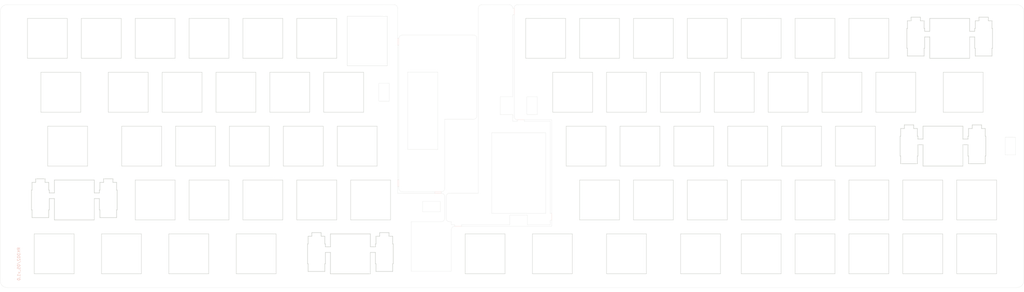
<source format=kicad_pcb>
(kicad_pcb (version 20240108) (generator "pcbnew") (generator_version "8.0")
  (layers (0 "F.Cu" signal) (31 "B.Cu" signal) (34 "B.Paste" user) (35 "F.Paste" user) (36 "B.SilkS" user "B.Silkscreen") (37 "F.SilkS" user "F.Silkscreen") (38 "B.Mask" user) (39 "F.Mask" user) (44 "Edge.Cuts" user))
  (net 0 "")
  (footprint "" (layer "F.Cu") (at 164.30625 190.5)
    (property "Reference" "" (at 0 0 0) (layer "F.SilkS") (effects (font (size 1.27 1.27))))
    (property "Value" "")
    (pad "" np_thru_hole circle (at 0 0) (size 2.2 2.2) (drill 2.2) (layers "*.Cu" "*.Mask"))
  )
  (footprint "kbd_SW_Hole:SW_Hole_1u" (layer "F.Cu") (at 280.9875 142.875)
    (property "Reference" "SW68" (hide yes))
    (property "Value" "SW_Push" (hide yes))
    (fp_line (start -7.05 -7.05) (end 7.05 -7.05) (stroke (width 0.15)) (layer "Edge.Cuts"))
    (fp_line (start -7.05 7.05) (end -7.05 -7.05) (stroke (width 0.15)) (layer "Edge.Cuts"))
    (fp_line (start 7.05 -7.05) (end 7.05 7.05) (stroke (width 0.15)) (layer "Edge.Cuts"))
    (fp_line (start 7.05 7.05) (end -7.05 7.05) (stroke (width 0.15)) (layer "Edge.Cuts"))
  )
  (footprint "kbd_SW_Hole:SW_Hole_1u" (layer "F.Cu") (at 66.675 142.875)
    (property "Reference" "SW8" (hide yes))
    (property "Value" "SW_Push" (hide yes))
    (fp_line (start -7.05 -7.05) (end 7.05 -7.05) (stroke (width 0.15)) (layer "Edge.Cuts"))
    (fp_line (start -7.05 7.05) (end -7.05 -7.05) (stroke (width 0.15)) (layer "Edge.Cuts"))
    (fp_line (start 7.05 -7.05) (end 7.05 7.05) (stroke (width 0.15)) (layer "Edge.Cuts"))
    (fp_line (start 7.05 7.05) (end -7.05 7.05) (stroke (width 0.15)) (layer "Edge.Cuts"))
  )
  (footprint "kbd_SW_Hole:SW_Hole_1u" (layer "F.Cu") (at 33.3375 104.775)
    (property "Reference" "SW1" (hide yes))
    (property "Value" "SW_Push" (hide yes))
    (fp_line (start -7.05 -7.05) (end 7.05 -7.05) (stroke (width 0.15)) (layer "Edge.Cuts"))
    (fp_line (start -7.05 7.05) (end -7.05 -7.05) (stroke (width 0.15)) (layer "Edge.Cuts"))
    (fp_line (start 7.05 -7.05) (end 7.05 7.05) (stroke (width 0.15)) (layer "Edge.Cuts"))
    (fp_line (start 7.05 7.05) (end -7.05 7.05) (stroke (width 0.15)) (layer "Edge.Cuts"))
  )
  (footprint "kbd_Hole:m2_Screw_Hole" (layer "F.Cu") (at 180.975 105.965625)
    (property "Reference" "Ref**")
    (property "Value" "Val**")
    (pad "" np_thru_hole circle (at 0 0) (size 2.2 2.2) (drill 2.2) (layers "*.Cu" "*.Mask"))
  )
  (footprint "kbd_SW_Hole:SW_Hole_1u" (layer "F.Cu") (at 266.7 104.775)
    (property "Reference" "SW66" (hide yes))
    (property "Value" "SW_Push" (hide yes))
    (fp_line (start -7.05 -7.05) (end 7.05 -7.05) (stroke (width 0.15)) (layer "Edge.Cuts"))
    (fp_line (start -7.05 7.05) (end -7.05 -7.05) (stroke (width 0.15)) (layer "Edge.Cuts"))
    (fp_line (start 7.05 -7.05) (end 7.05 7.05) (stroke (width 0.15)) (layer "Edge.Cuts"))
    (fp_line (start 7.05 7.05) (end -7.05 7.05) (stroke (width 0.15)) (layer "Edge.Cuts"))
  )
  (footprint "kbd_Hole:m2_Screw_Hole" (layer "F.Cu") (at 19.05 190.5)
    (property "Reference" "Ref**")
    (property "Value" "Val**")
    (pad "" np_thru_hole circle (at 0 0) (size 2.2 2.2) (drill 2.2) (layers "*.Cu" "*.Mask"))
  )
  (footprint "kbd_Hole:m2_Screw_Hole" (layer "F.Cu") (at 152.4 95.25)
    (property "Reference" "Ref**" (hide yes))
    (property "Value" "RP-L")
    (pad "" np_thru_hole circle (at 0 0) (size 2.2 2.2) (drill 2.2) (layers "*.Cu" "*.Mask"))
  )
  (footprint "kbd_SW_Hole:SW_Hole_1u" (layer "F.Cu") (at 342.9 180.975)
    (property "Reference" "SW85" (hide yes))
    (property "Value" "SW_Push" (hide yes))
    (fp_line (start -7.05 -7.05) (end 7.05 -7.05) (stroke (width 0.15)) (layer "Edge.Cuts"))
    (fp_line (start -7.05 7.05) (end -7.05 -7.05) (stroke (width 0.15)) (layer "Edge.Cuts"))
    (fp_line (start 7.05 -7.05) (end 7.05 7.05) (stroke (width 0.15)) (layer "Edge.Cuts"))
    (fp_line (start 7.05 7.05) (end -7.05 7.05) (stroke (width 0.15)) (layer "Edge.Cuts"))
  )
  (footprint "kbd_SW_Hole:SW_Hole_1u" (layer "F.Cu") (at 300.0375 142.875)
    (property "Reference" "SW73" (hide yes))
    (property "Value" "SW_Push" (hide yes))
    (fp_line (start -7.05 -7.05) (end 7.05 -7.05) (stroke (width 0.15)) (layer "Edge.Cuts"))
    (fp_line (start -7.05 7.05) (end -7.05 -7.05) (stroke (width 0.15)) (layer "Edge.Cuts"))
    (fp_line (start 7.05 -7.05) (end 7.05 7.05) (stroke (width 0.15)) (layer "Edge.Cuts"))
    (fp_line (start 7.05 7.05) (end -7.05 7.05) (stroke (width 0.15)) (layer "Edge.Cuts"))
  )
  (footprint "kbd_Hole:m2_Screw_Hole" (layer "F.Cu") (at 295.275 190.5)
    (property "Reference" "Ref**")
    (property "Value" "Val**")
    (pad "" np_thru_hole circle (at 0 0) (size 2.2 2.2) (drill 2.2) (layers "*.Cu" "*.Mask"))
  )
  (footprint "kbd_Hole:m2_Screw_Hole" (layer "F.Cu") (at 19.05 95.25)
    (property "Reference" "Ref**")
    (property "Value" "Val**")
    (pad "" np_thru_hole circle (at 0 0) (size 2.2 2.2) (drill 2.2) (layers "*.Cu" "*.Mask"))
  )
  (footprint "kbd_Hole:m2_Screw_Hole" (layer "F.Cu") (at 376.2375 95.25)
    (property "Reference" "Ref**")
    (property "Value" "Val**")
    (pad "" np_thru_hole circle (at 0 0) (size 2.2 2.2) (drill 2.2) (layers "*.Cu" "*.Mask"))
  )
  (footprint "kbd_SW_Hole:SW_Hole_1u" (layer "F.Cu") (at 219.075 123.825)
    (property "Reference" "SW52" (hide yes))
    (property "Value" "SW_Push" (hide yes))
    (fp_line (start -7.05 -7.05) (end 7.05 -7.05) (stroke (width 0.15)) (layer "Edge.Cuts"))
    (fp_line (start -7.05 7.05) (end -7.05 -7.05) (stroke (width 0.15)) (layer "Edge.Cuts"))
    (fp_line (start 7.05 -7.05) (end 7.05 7.05) (stroke (width 0.15)) (layer "Edge.Cuts"))
    (fp_line (start 7.05 7.05) (end -7.05 7.05) (stroke (width 0.15)) (layer "Edge.Cuts"))
  )
  (footprint "kbd_SW_Hole:SW_Hole_1u" (layer "F.Cu") (at 247.65 104.775)
    (property "Reference" "SW61" (hide yes))
    (property "Value" "SW_Push" (hide yes))
    (fp_line (start -7.05 -7.05) (end 7.05 -7.05) (stroke (width 0.15)) (layer "Edge.Cuts"))
    (fp_line (start -7.05 7.05) (end -7.05 -7.05) (stroke (width 0.15)) (layer "Edge.Cuts"))
    (fp_line (start 7.05 -7.05) (end 7.05 7.05) (stroke (width 0.15)) (layer "Edge.Cuts"))
    (fp_line (start 7.05 7.05) (end -7.05 7.05) (stroke (width 0.15)) (layer "Edge.Cuts"))
  )
  (footprint "kbd_SW_Hole:SW_Hole_1u" (layer "F.Cu") (at 285.75 161.925)
    (property "Reference" "SW69" (hide yes))
    (property "Value" "SW_Push" (hide yes))
    (fp_line (start -7.05 -7.05) (end 7.05 -7.05) (stroke (width 0.15)) (layer "Edge.Cuts"))
    (fp_line (start -7.05 7.05) (end -7.05 -7.05) (stroke (width 0.15)) (layer "Edge.Cuts"))
    (fp_line (start 7.05 -7.05) (end 7.05 7.05) (stroke (width 0.15)) (layer "Edge.Cuts"))
    (fp_line (start 7.05 7.05) (end -7.05 7.05) (stroke (width 0.15)) (layer "Edge.Cuts"))
  )
  (footprint "kbd_SW_Hole:SW_Hole_1u" (layer "F.Cu") (at 319.0875 142.875)
    (property "Reference" "SW78" (hide yes))
    (property "Value" "SW_Push" (hide yes))
    (fp_line (start -7.05 -7.05) (end 7.05 -7.05) (stroke (width 0.15)) (layer "Edge.Cuts"))
    (fp_line (start -7.05 7.05) (end -7.05 -7.05) (stroke (width 0.15)) (layer "Edge.Cuts"))
    (fp_line (start 7.05 -7.05) (end 7.05 7.05) (stroke (width 0.15)) (layer "Edge.Cuts"))
    (fp_line (start 7.05 7.05) (end -7.05 7.05) (stroke (width 0.15)) (layer "Edge.Cuts"))
  )
  (footprint "kbd_SW_Hole:SW_Hole_1u" (layer "F.Cu") (at 314.325 123.825)
    (property "Reference" "SW77" (hide yes))
    (property "Value" "SW_Push" (hide yes))
    (fp_line (start -7.05 -7.05) (end 7.05 -7.05) (stroke (width 0.15)) (layer "Edge.Cuts"))
    (fp_line (start -7.05 7.05) (end -7.05 -7.05) (stroke (width 0.15)) (layer "Edge.Cuts"))
    (fp_line (start 7.05 -7.05) (end 7.05 7.05) (stroke (width 0.15)) (layer "Edge.Cuts"))
    (fp_line (start 7.05 7.05) (end -7.05 7.05) (stroke (width 0.15)) (layer "Edge.Cuts"))
  )
  (footprint "Rikkodo_FootPrint:rkd_Top_GateronChocV2byV1_2u" (layer "F.Cu") (at 350.04375 142.875)
    (property "Reference" "SW66" (hide yes))
    (property "Value" "SW_PUSH" (hide yes))
    (fp_line (start -15.15 -3.5) (end -15.15 3.5) (stroke (width 0.2)) (layer "Edge.Cuts"))
    (fp_line (start -14.95 -6.225) (end -14.95 -3.5) (stroke (width 0.2)) (layer "Edge.Cuts"))
    (fp_line (start -14.95 -6.225) (end -13.65 -6.225) (stroke (width 0.2)) (layer "Edge.Cuts"))
    (fp_line (start -14.95 -3.5) (end -15.15 -3.5) (stroke (width 0.2)) (layer "Edge.Cuts"))
    (fp_line (start -14.95 3.5) (end -15.15 3.5) (stroke (width 0.2)) (layer "Edge.Cuts"))
    (fp_line (start -14.95 3.5) (end -14.95 6.225) (stroke (width 0.2)) (layer "Edge.Cuts"))
    (fp_line (start -13.65 -7.5) (end -13.65 -6.225) (stroke (width 0.2)) (layer "Edge.Cuts"))
    (fp_line (start -13.65 -7.5) (end -10.35 -7.5) (stroke (width 0.2)) (layer "Edge.Cuts"))
    (fp_line (start -10.35 -7.5) (end -10.35 -6.225) (stroke (width 0.2)) (layer "Edge.Cuts"))
    (fp_line (start -10.35 -6.225) (end -9.05 -6.225) (stroke (width 0.2)) (layer "Edge.Cuts"))
    (fp_line (start -9.05 -6.225) (end -9.05 -3.5) (stroke (width 0.2)) (layer "Edge.Cuts"))
    (fp_line (start -9.05 -3.5) (end -8.85 -3.5) (stroke (width 0.2)) (layer "Edge.Cuts"))
    (fp_line (start -9.05 3.5) (end -9.05 6.225) (stroke (width 0.2)) (layer "Edge.Cuts"))
    (fp_line (start -9.05 3.5) (end -8.85 3.5) (stroke (width 0.2)) (layer "Edge.Cuts"))
    (fp_line (start -9.05 6.225) (end -14.95 6.225) (stroke (width 0.2)) (layer "Edge.Cuts"))
    (fp_line (start -8.85 -3.5) (end -8.85 -2.5) (stroke (width 0.2)) (layer "Edge.Cuts"))
    (fp_line (start -8.85 -2.5) (end -7.05 -2.5) (stroke (width 0.2)) (layer "Edge.Cuts"))
    (fp_line (start -8.85 -0.5) (end -8.85 3.5) (stroke (width 0.2)) (layer "Edge.Cuts"))
    (fp_line (start -8.85 -0.5) (end -7.05 -0.5) (stroke (width 0.2)) (layer "Edge.Cuts"))
    (fp_line (start -7.05 -7.05) (end 7.05 -7.05) (stroke (width 0.2)) (layer "Edge.Cuts"))
    (fp_line (start -7.05 -2.5) (end -7.05 -7.05) (stroke (width 0.2)) (layer "Edge.Cuts"))
    (fp_line (start -7.05 7.05) (end -7.05 -0.5) (stroke (width 0.2)) (layer "Edge.Cuts"))
    (fp_line (start 7.05 -2.5) (end 7.05 -7.05) (stroke (width 0.2)) (layer "Edge.Cuts"))
    (fp_line (start 7.05 -2.5) (end 8.85 -2.5) (stroke (width 0.2)) (layer "Edge.Cuts"))
    (fp_line (start 7.05 -0.5) (end 7.05 7.05) (stroke (width 0.15)) (layer "Edge.Cuts"))
    (fp_line (start 7.05 -0.5) (end 8.85 -0.5) (stroke (width 0.2)) (layer "Edge.Cuts"))
    (fp_line (start 7.05 7.05) (end -7.05 7.05) (stroke (width 0.2)) (layer "Edge.Cuts"))
    (fp_line (start 8.85 -3.5) (end 9.05 -3.5) (stroke (width 0.2)) (layer "Edge.Cuts"))
    (fp_line (start 8.85 -2.5) (end 8.85 -3.5) (stroke (width 0.2)) (layer "Edge.Cuts"))
    (fp_line (start 8.85 -0.5) (end 8.85 3.5) (stroke (width 0.2)) (layer "Edge.Cuts"))
    (fp_line (start 9.05 -6.225) (end 9.05 -3.5) (stroke (width 0.2)) (layer "Edge.Cuts"))
    (fp_line (start 9.05 -6.225) (end 10.35 -6.225) (stroke (width 0.2)) (layer "Edge.Cuts"))
    (fp_line (start 9.05 3.5) (end 8.85 3.5) (stroke (width 0.2)) (layer "Edge.Cuts"))
    (fp_line (start 9.05 3.5) (end 9.05 6.225) (stroke (width 0.2)) (layer "Edge.Cuts"))
    (fp_line (start 10.35 -7.5) (end 10.35 -6.225) (stroke (width 0.2)) (layer "Edge.Cuts"))
    (fp_line (start 10.35 -7.5) (end 13.65 -7.5) (stroke (width 0.2)) (layer "Edge.Cuts"))
    (fp_line (start 13.65 -7.5) (end 13.65 -6.225) (stroke (width 0.2)) (layer "Edge.Cuts"))
    (fp_line (start 13.65 -6.225) (end 14.95 -6.225) (stroke (width 0.2)) (layer "Edge.Cuts"))
    (fp_line (start 14.95 -6.225) (end 14.95 -3.5) (stroke (width 0.2)) (layer "Edge.Cuts"))
    (fp_line (start 14.95 -3.5) (end 15.15 -3.5) (stroke (width 0.2)) (layer "Edge.Cuts"))
    (fp_line (start 14.95 3.5) (end 14.95 6.225) (stroke (width 0.2)) (layer "Edge.Cuts"))
    (fp_line (start 14.95 6.225) (end 9.05 6.225) (stroke (width 0.2)) (layer "Edge.Cuts"))
    (fp_line (start 15.15 -3.5) (end 15.15 3.5) (stroke (width 0.2)) (layer "Edge.Cuts"))
    (fp_line (start 15.15 3.5) (end 14.95 3.5) (stroke (width 0.2)) (layer "Edge.Cuts"))
  )
  (footprint "kbd_SW_Hole:SW_Hole_1u" (layer "F.Cu") (at 100.0125 123.825)
    (property "Reference" "SW17" (hide yes))
    (property "Value" "SW_Push" (hide yes))
    (fp_line (start -7.05 -7.05) (end 7.05 -7.05) (stroke (width 0.15)) (layer "Edge.Cuts"))
    (fp_line (start -7.05 7.05) (end -7.05 -7.05) (stroke (width 0.15)) (layer "Edge.Cuts"))
    (fp_line (start 7.05 -7.05) (end 7.05 7.05) (stroke (width 0.15)) (layer "Edge.Cuts"))
    (fp_line (start 7.05 7.05) (end -7.05 7.05) (stroke (width 0.15)) (layer "Edge.Cuts"))
  )
  (footprint "kbd_Hole:m2_Screw_Hole" (layer "F.Cu") (at 226.21875 190.5)
    (property "Reference" "Ref**")
    (property "Value" "Val**")
    (pad "" np_thru_hole circle (at 0 0) (size 2.2 2.2) (drill 2.2) (layers "*.Cu" "*.Mask"))
  )
  (footprint "kbd_SW_Hole:SW_Hole_1u" (layer "F.Cu") (at 71.4375 161.925)
    (property "Reference" "SW9" (hide yes))
    (property "Value" "SW_Push" (hide yes))
    (fp_line (start -7.05 -7.05) (end 7.05 -7.05) (stroke (width 0.15)) (layer "Edge.Cuts"))
    (fp_line (start -7.05 7.05) (end -7.05 -7.05) (stroke (width 0.15)) (layer "Edge.Cuts"))
    (fp_line (start 7.05 -7.05) (end 7.05 7.05) (stroke (width 0.15)) (layer "Edge.Cuts"))
    (fp_line (start 7.05 7.05) (end -7.05 7.05) (stroke (width 0.15)) (layer "Edge.Cuts"))
  )
  (footprint "kbd_SW_Hole:SW_Hole_1.5u" (layer "F.Cu") (at 238.125 180.975)
    (property "Reference" "SW60" (hide yes))
    (property "Value" "SW_Push" (hide yes))
    (fp_line (start -7.05 -7.05) (end 7.05 -7.05) (stroke (width 0.15)) (layer "Edge.Cuts"))
    (fp_line (start -7.05 7.05) (end -7.05 -7.05) (stroke (width 0.15)) (layer "Edge.Cuts"))
    (fp_line (start 7.05 -7.05) (end 7.05 7.05) (stroke (width 0.15)) (layer "Edge.Cuts"))
    (fp_line (start 7.05 7.05) (end -7.05 7.05) (stroke (width 0.15)) (layer "Edge.Cuts"))
  )
  (footprint "kbd_Hole:m2_Screw_Hole" (layer "F.Cu") (at 190.5 95.25)
    (property "Reference" "Ref**" (hide yes))
    (property "Value" "RP-R")
    (pad "" np_thru_hole circle (at 0 0) (size 2.2 2.2) (drill 2.2) (layers "*.Cu" "*.Mask"))
  )
  (footprint "kbd_SW_Hole:SW_Hole_1u" (layer "F.Cu") (at 242.8875 142.875)
    (property "Reference" "SW58" (hide yes))
    (property "Value" "SW_Push" (hide yes))
    (fp_line (start -7.05 -7.05) (end 7.05 -7.05) (stroke (width 0.15)) (layer "Edge.Cuts"))
    (fp_line (start -7.05 7.05) (end -7.05 -7.05) (stroke (width 0.15)) (layer "Edge.Cuts"))
    (fp_line (start 7.05 -7.05) (end 7.05 7.05) (stroke (width 0.15)) (layer "Edge.Cuts"))
    (fp_line (start 7.05 7.05) (end -7.05 7.05) (stroke (width 0.15)) (layer "Edge.Cuts"))
  )
  (footprint "kbd_Hole:m2_Screw_Hole" (layer "F.Cu") (at 114.3 152.4)
    (property "Reference" "Ref**")
    (property "Value" "Val**")
    (pad "" np_thru_hole circle (at 0 0) (size 2.2 2.2) (drill 2.2) (layers "*.Cu" "*.Mask"))
  )
  (footprint "kbd_SW_Hole:SW_Hole_1u" (layer "F.Cu") (at 261.9375 142.875)
    (property "Reference" "SW63" (hide yes))
    (property "Value" "SW_Push" (hide yes))
    (fp_line (start -7.05 -7.05) (end 7.05 -7.05) (stroke (width 0.15)) (layer "Edge.Cuts"))
    (fp_line (start -7.05 7.05) (end -7.05 -7.05) (stroke (width 0.15)) (layer "Edge.Cuts"))
    (fp_line (start 7.05 -7.05) (end 7.05 7.05) (stroke (width 0.15)) (layer "Edge.Cuts"))
    (fp_line (start 7.05 7.05) (end -7.05 7.05) (stroke (width 0.15)) (layer "Edge.Cuts"))
  )
  (footprint "kbd_SW_Hole:SW_Hole_1.25u" (layer "F.Cu") (at 264.31875 180.975)
    (property "Reference" "SW65" (hide yes))
    (property "Value" "SW_Push" (hide yes))
    (fp_line (start -7.05 -7.05) (end 7.05 -7.05) (stroke (width 0.15)) (layer "Edge.Cuts"))
    (fp_line (start -7.05 7.05) (end -7.05 -7.05) (stroke (width 0.15)) (layer "Edge.Cuts"))
    (fp_line (start 7.05 -7.05) (end 7.05 7.05) (stroke (width 0.15)) (layer "Edge.Cuts"))
    (fp_line (start 7.05 7.05) (end -7.05 7.05) (stroke (width 0.15)) (layer "Edge.Cuts"))
  )
  (footprint "kbd_Hole:m2_Screw_Hole" (layer "F.Cu") (at 209.55 95.25)
    (property "Reference" "Ref**" (hide yes))
    (property "Value" "Picot3R" (hide yes))
    (pad "" np_thru_hole circle (at 0 0) (size 2.2 2.2) (drill 2.2) (layers "*.Cu" "*.Mask"))
  )
  (footprint "kbd_SW_Hole:SW_Hole_1u" (layer "F.Cu") (at 52.3875 104.775)
    (property "Reference" "SW6" (hide yes))
    (property "Value" "SW_Push" (hide yes))
    (fp_line (start -7.05 -7.05) (end 7.05 -7.05) (stroke (width 0.15)) (layer "Edge.Cuts"))
    (fp_line (start -7.05 7.05) (end -7.05 -7.05) (stroke (width 0.15)) (layer "Edge.Cuts"))
    (fp_line (start 7.05 -7.05) (end 7.05 7.05) (stroke (width 0.15)) (layer "Edge.Cuts"))
    (fp_line (start 7.05 7.05) (end -7.05 7.05) (stroke (width 0.15)) (layer "Edge.Cuts"))
  )
  (footprint "kbd_SW_Hole:SW_Hole_1.5u" (layer "F.Cu") (at 357.1875 123.825)
    (property "Reference" "SW87" (hide yes))
    (property "Value" "SW_Push" (hide yes))
    (fp_line (start -7.05 -7.05) (end 7.05 -7.05) (stroke (width 0.15)) (layer "Edge.Cuts"))
    (fp_line (start -7.05 7.05) (end -7.05 -7.05) (stroke (width 0.15)) (layer "Edge.Cuts"))
    (fp_line (start 7.05 -7.05) (end 7.05 7.05) (stroke (width 0.15)) (layer "Edge.Cuts"))
    (fp_line (start 7.05 7.05) (end -7.05 7.05) (stroke (width 0.15)) (layer "Edge.Cuts"))
  )
  (footprint "kbd_SW_Hole:SW_Hole_1u" (layer "F.Cu") (at 123.825 142.875)
    (property "Reference" "SW23" (hide yes))
    (property "Value" "SW_Push" (hide yes))
    (fp_line (start -7.05 -7.05) (end 7.05 -7.05) (stroke (width 0.15)) (layer "Edge.Cuts"))
    (fp_line (start -7.05 7.05) (end -7.05 -7.05) (stroke (width 0.15)) (layer "Edge.Cuts"))
    (fp_line (start 7.05 -7.05) (end 7.05 7.05) (stroke (width 0.15)) (layer "Edge.Cuts"))
    (fp_line (start 7.05 7.05) (end -7.05 7.05) (stroke (width 0.15)) (layer "Edge.Cuts"))
  )
  (footprint "kbd_Hole:m2_Screw_Hole" (layer "F.Cu") (at 161.925 157.1625)
    (property "Reference" "Ref**")
    (property "Value" "Val**")
    (pad "" np_thru_hole circle (at 0 0) (size 2.2 2.2) (drill 2.2) (layers "*.Cu" "*.Mask"))
  )
  (footprint "kbd_SW_Hole:SW_Hole_1u" (layer "F.Cu") (at 61.9125 123.825)
    (property "Reference" "SW7" (hide yes))
    (property "Value" "SW_Push" (hide yes))
    (fp_line (start -7.05 -7.05) (end 7.05 -7.05) (stroke (width 0.15)) (layer "Edge.Cuts"))
    (fp_line (start -7.05 7.05) (end -7.05 -7.05) (stroke (width 0.15)) (layer "Edge.Cuts"))
    (fp_line (start 7.05 -7.05) (end 7.05 7.05) (stroke (width 0.15)) (layer "Edge.Cuts"))
    (fp_line (start 7.05 7.05) (end -7.05 7.05) (stroke (width 0.15)) (layer "Edge.Cuts"))
  )
  (footprint "kbd_SW_Hole:SW_Hole_1.75u" (layer "F.Cu") (at 40.4813 142.875)
    (property "Reference" "SW3" (hide yes))
    (property "Value" "SW_Push" (hide yes))
    (fp_line (start -7.05 -7.05) (end 7.05 -7.05) (stroke (width 0.15)) (layer "Edge.Cuts"))
    (fp_line (start -7.05 7.05) (end -7.05 -7.05) (stroke (width 0.15)) (layer "Edge.Cuts"))
    (fp_line (start 7.05 -7.05) (end 7.05 7.05) (stroke (width 0.15)) (layer "Edge.Cuts"))
    (fp_line (start 7.05 7.05) (end -7.05 7.05) (stroke (width 0.15)) (layer "Edge.Cuts"))
  )
  (footprint "kbd_SW_Hole:SW_Hole_1u" (layer "F.Cu") (at 257.175 123.825)
    (property "Reference" "SW62" (hide yes))
    (property "Value" "SW_Push" (hide yes))
    (fp_line (start -7.05 -7.05) (end 7.05 -7.05) (stroke (width 0.15)) (layer "Edge.Cuts"))
    (fp_line (start -7.05 7.05) (end -7.05 -7.05) (stroke (width 0.15)) (layer "Edge.Cuts"))
    (fp_line (start 7.05 -7.05) (end 7.05 7.05) (stroke (width 0.15)) (layer "Edge.Cuts"))
    (fp_line (start 7.05 7.05) (end -7.05 7.05) (stroke (width 0.15)) (layer "Edge.Cuts"))
  )
  (footprint "kbd_SW_Hole:SW_Hole_1u" (layer "F.Cu") (at 342.9 161.925)
    (property "Reference" "SW84" (hide yes))
    (property "Value" "SW_Push" (hide yes))
    (fp_line (start -7.05 -7.05) (end 7.05 -7.05) (stroke (width 0.15)) (layer "Edge.Cuts"))
    (fp_line (start -7.05 7.05) (end -7.05 -7.05) (stroke (width 0.15)) (layer "Edge.Cuts"))
    (fp_line (start 7.05 -7.05) (end 7.05 7.05) (stroke (width 0.15)) (layer "Edge.Cuts"))
    (fp_line (start 7.05 7.05) (end -7.05 7.05) (stroke (width 0.15)) (layer "Edge.Cuts"))
  )
  (footprint "kbd_SW_Hole:SW_Hole_1u" (layer "F.Cu") (at 119.0625 123.825)
    (property "Reference" "SW22" (hide yes))
    (property "Value" "SW_Push" (hide yes))
    (fp_line (start -7.05 -7.05) (end 7.05 -7.05) (stroke (width 0.15)) (layer "Edge.Cuts"))
    (fp_line (start -7.05 7.05) (end -7.05 -7.05) (stroke (width 0.15)) (layer "Edge.Cuts"))
    (fp_line (start 7.05 -7.05) (end 7.05 7.05) (stroke (width 0.15)) (layer "Edge.Cuts"))
    (fp_line (start 7.05 7.05) (end -7.05 7.05) (stroke (width 0.15)) (layer "Edge.Cuts"))
  )
  (footprint "kbd_SW_Hole:SW_Hole_1u" (layer "F.Cu") (at 142.875 142.875)
    (property "Reference" "SW28" (hide yes))
    (property "Value" "SW_Push" (hide yes))
    (fp_line (start -7.05 -7.05) (end 7.05 -7.05) (stroke (width 0.15)) (layer "Edge.Cuts"))
    (fp_line (start -7.05 7.05) (end -7.05 -7.05) (stroke (width 0.15)) (layer "Edge.Cuts"))
    (fp_line (start 7.05 -7.05) (end 7.05 7.05) (stroke (width 0.15)) (layer "Edge.Cuts"))
    (fp_line (start 7.05 7.05) (end -7.05 7.05) (stroke (width 0.15)) (layer "Edge.Cuts"))
  )
  (footprint "kbd_SW_Hole:SW_Hole_1u" (layer "F.Cu") (at 333.375 123.825)
    (property "Reference" "SW82" (hide yes))
    (property "Value" "SW_Push" (hide yes))
    (fp_line (start -7.05 -7.05) (end 7.05 -7.05) (stroke (width 0.15)) (layer "Edge.Cuts"))
    (fp_line (start -7.05 7.05) (end -7.05 -7.05) (stroke (width 0.15)) (layer "Edge.Cuts"))
    (fp_line (start 7.05 -7.05) (end 7.05 7.05) (stroke (width 0.15)) (layer "Edge.Cuts"))
    (fp_line (start 7.05 7.05) (end -7.05 7.05) (stroke (width 0.15)) (layer "Edge.Cuts"))
  )
  (footprint "kbd_SW_Hole:SW_Hole_1.25u" (layer "F.Cu") (at 83.3438 180.975)
    (property "Reference" "SW15" (hide yes))
    (property "Value" "SW_Push" (hide yes))
    (fp_line (start -7.05 -7.05) (end 7.05 -7.05) (stroke (width 0.15)) (layer "Edge.Cuts"))
    (fp_line (start -7.05 7.05) (end -7.05 -7.05) (stroke (width 0.15)) (layer "Edge.Cuts"))
    (fp_line (start 7.05 -7.05) (end 7.05 7.05) (stroke (width 0.15)) (layer "Edge.Cuts"))
    (fp_line (start 7.05 7.05) (end -7.05 7.05) (stroke (width 0.15)) (layer "Edge.Cuts"))
  )
  (footprint "kbd_SW_Hole:SW_Hole_1.25u" (layer "F.Cu") (at 35.7188 180.975)
    (property "Reference" "SW5" (hide yes))
    (property "Value" "SW_Push" (hide yes))
    (fp_line (start -7.05 -7.05) (end 7.05 -7.05) (stroke (width 0.15)) (layer "Edge.Cuts"))
    (fp_line (start -7.05 7.05) (end -7.05 -7.05) (stroke (width 0.15)) (layer "Edge.Cuts"))
    (fp_line (start 7.05 -7.05) (end 7.05 7.05) (stroke (width 0.15)) (layer "Edge.Cuts"))
    (fp_line (start 7.05 7.05) (end -7.05 7.05) (stroke (width 0.15)) (layer "Edge.Cuts"))
  )
  (footprint "kbd_SW_Hole:SW_Hole_1u" (layer "F.Cu") (at 109.5375 161.925)
    (property "Reference" "SW19" (hide yes))
    (property "Value" "SW_Push" (hide yes))
    (fp_line (start -7.05 -7.05) (end 7.05 -7.05) (stroke (width 0.15)) (layer "Edge.Cuts"))
    (fp_line (start -7.05 7.05) (end -7.05 -7.05) (stroke (width 0.15)) (layer "Edge.Cuts"))
    (fp_line (start 7.05 -7.05) (end 7.05 7.05) (stroke (width 0.15)) (layer "Edge.Cuts"))
    (fp_line (start 7.05 7.05) (end -7.05 7.05) (stroke (width 0.15)) (layer "Edge.Cuts"))
  )
  (footprint "kbd_SW_Hole:SW_Hole_1u" (layer "F.Cu") (at 223.8375 142.875)
    (property "Reference" "SW53" (hide yes))
    (property "Value" "SW_Push" (hide yes))
    (fp_line (start -7.05 -7.05) (end 7.05 -7.05) (stroke (width 0.15)) (layer "Edge.Cuts"))
    (fp_line (start -7.05 7.05) (end -7.05 -7.05) (stroke (width 0.15)) (layer "Edge.Cuts"))
    (fp_line (start 7.05 -7.05) (end 7.05 7.05) (stroke (width 0.15)) (layer "Edge.Cuts"))
    (fp_line (start 7.05 7.05) (end -7.05 7.05) (stroke (width 0.15)) (layer "Edge.Cuts"))
  )
  (footprint "kbd_Hole:m2_Screw_Hole" (layer "F.Cu") (at 71.4375 133.35)
    (property "Reference" "Ref**")
    (property "Value" "Val**")
    (pad "" np_thru_hole circle (at 0 0) (size 2.2 2.2) (drill 2.2) (layers "*.Cu" "*.Mask"))
  )
  (footprint "kbd_SW_Hole:SW_Hole_1u" (layer "F.Cu") (at 247.65 161.925)
    (property "Reference" "SW59" (hide yes))
    (property "Value" "SW_Push" (hide yes))
    (fp_line (start -7.05 -7.05) (end 7.05 -7.05) (stroke (width 0.15)) (layer "Edge.Cuts"))
    (fp_line (start -7.05 7.05) (end -7.05 -7.05) (stroke (width 0.15)) (layer "Edge.Cuts"))
    (fp_line (start 7.05 -7.05) (end 7.05 7.05) (stroke (width 0.15)) (layer "Edge.Cuts"))
    (fp_line (start 7.05 7.05) (end -7.05 7.05) (stroke (width 0.15)) (layer "Edge.Cuts"))
  )
  (footprint "kbd_SW_Hole:SW_Hole_1u" (layer "F.Cu") (at 147.6375 161.925)
    (property "Reference" "SW29" (hide yes))
    (property "Value" "SW_Push" (hide yes))
    (fp_line (start -7.05 -7.05) (end 7.05 -7.05) (stroke (width 0.15)) (layer "Edge.Cuts"))
    (fp_line (start -7.05 7.05) (end -7.05 -7.05) (stroke (width 0.15)) (layer "Edge.Cuts"))
    (fp_line (start 7.05 -7.05) (end 7.05 7.05) (stroke (width 0.15)) (layer "Edge.Cuts"))
    (fp_line (start 7.05 7.05) (end -7.05 7.05) (stroke (width 0.15)) (layer "Edge.Cuts"))
  )
  (footprint "kbd_SW_Hole:SW_Hole_1u" (layer "F.Cu") (at 104.775 142.875)
    (property "Reference" "SW18" (hide yes))
    (property "Value" "SW_Push" (hide yes))
    (fp_line (start -7.05 -7.05) (end 7.05 -7.05) (stroke (width 0.15)) (layer "Edge.Cuts"))
    (fp_line (start -7.05 7.05) (end -7.05 -7.05) (stroke (width 0.15)) (layer "Edge.Cuts"))
    (fp_line (start 7.05 -7.05) (end 7.05 7.05) (stroke (width 0.15)) (layer "Edge.Cuts"))
    (fp_line (start 7.05 7.05) (end -7.05 7.05) (stroke (width 0.15)) (layer "Edge.Cuts"))
  )
  (footprint "kbd_SW_Hole:SW_Hole_1.5u" (layer "F.Cu") (at 38.1 123.825)
    (property "Reference" "SW2" (hide yes))
    (property "Value" "SW_Push" (hide yes))
    (fp_line (start -7.05 -7.05) (end 7.05 -7.05) (stroke (width 0.15)) (layer "Edge.Cuts"))
    (fp_line (start -7.05 7.05) (end -7.05 -7.05) (stroke (width 0.15)) (layer "Edge.Cuts"))
    (fp_line (start 7.05 -7.05) (end 7.05 7.05) (stroke (width 0.15)) (layer "Edge.Cuts"))
    (fp_line (start 7.05 7.05) (end -7.05 7.05) (stroke (width 0.15)) (layer "Edge.Cuts"))
  )
  (footprint "Rikkodo_FootPrint:rkd_Top_GateronChocV2byV1_2u" (layer "F.Cu") (at 42.8625 161.925)
    (property "Reference" "SW66" (hide yes))
    (property "Value" "SW_PUSH" (hide yes))
    (fp_line (start -15.15 -3.5) (end -15.15 3.5) (stroke (width 0.2)) (layer "Edge.Cuts"))
    (fp_line (start -14.95 -6.225) (end -14.95 -3.5) (stroke (width 0.2)) (layer "Edge.Cuts"))
    (fp_line (start -14.95 -6.225) (end -13.65 -6.225) (stroke (width 0.2)) (layer "Edge.Cuts"))
    (fp_line (start -14.95 -3.5) (end -15.15 -3.5) (stroke (width 0.2)) (layer "Edge.Cuts"))
    (fp_line (start -14.95 3.5) (end -15.15 3.5) (stroke (width 0.2)) (layer "Edge.Cuts"))
    (fp_line (start -14.95 3.5) (end -14.95 6.225) (stroke (width 0.2)) (layer "Edge.Cuts"))
    (fp_line (start -13.65 -7.5) (end -13.65 -6.225) (stroke (width 0.2)) (layer "Edge.Cuts"))
    (fp_line (start -13.65 -7.5) (end -10.35 -7.5) (stroke (width 0.2)) (layer "Edge.Cuts"))
    (fp_line (start -10.35 -7.5) (end -10.35 -6.225) (stroke (width 0.2)) (layer "Edge.Cuts"))
    (fp_line (start -10.35 -6.225) (end -9.05 -6.225) (stroke (width 0.2)) (layer "Edge.Cuts"))
    (fp_line (start -9.05 -6.225) (end -9.05 -3.5) (stroke (width 0.2)) (layer "Edge.Cuts"))
    (fp_line (start -9.05 -3.5) (end -8.85 -3.5) (stroke (width 0.2)) (layer "Edge.Cuts"))
    (fp_line (start -9.05 3.5) (end -9.05 6.225) (stroke (width 0.2)) (layer "Edge.Cuts"))
    (fp_line (start -9.05 3.5) (end -8.85 3.5) (stroke (width 0.2)) (layer "Edge.Cuts"))
    (fp_line (start -9.05 6.225) (end -14.95 6.225) (stroke (width 0.2)) (layer "Edge.Cuts"))
    (fp_line (start -8.85 -3.5) (end -8.85 -2.5) (stroke (width 0.2)) (layer "Edge.Cuts"))
    (fp_line (start -8.85 -2.5) (end -7.05 -2.5) (stroke (width 0.2)) (layer "Edge.Cuts"))
    (fp_line (start -8.85 -0.5) (end -8.85 3.5) (stroke (width 0.2)) (layer "Edge.Cuts"))
    (fp_line (start -8.85 -0.5) (end -7.05 -0.5) (stroke (width 0.2)) (layer "Edge.Cuts"))
    (fp_line (start -7.05 -7.05) (end 7.05 -7.05) (stroke (width 0.2)) (layer "Edge.Cuts"))
    (fp_line (start -7.05 -2.5) (end -7.05 -7.05) (stroke (width 0.2)) (layer "Edge.Cuts"))
    (fp_line (start -7.05 7.05) (end -7.05 -0.5) (stroke (width 0.2)) (layer "Edge.Cuts"))
    (fp_line (start 7.05 -2.5) (end 7.05 -7.05) (stroke (width 0.2)) (layer "Edge.Cuts"))
    (fp_line (start 7.05 -2.5) (end 8.85 -2.5) (stroke (width 0.2)) (layer "Edge.Cuts"))
    (fp_line (start 7.05 -0.5) (end 7.05 7.05) (stroke (width 0.15)) (layer "Edge.Cuts"))
    (fp_line (start 7.05 -0.5) (end 8.85 -0.5) (stroke (width 0.2)) (layer "Edge.Cuts"))
    (fp_line (start 7.05 7.05) (end -7.05 7.05) (stroke (width 0.2)) (layer "Edge.Cuts"))
    (fp_line (start 8.85 -3.5) (end 9.05 -3.5) (stroke (width 0.2)) (layer "Edge.Cuts"))
    (fp_line (start 8.85 -2.5) (end 8.85 -3.5) (stroke (width 0.2)) (layer "Edge.Cuts"))
    (fp_line (start 8.85 -0.5) (end 8.85 3.5) (stroke (width 0.2)) (layer "Edge.Cuts"))
    (fp_line (start 9.05 -6.225) (end 9.05 -3.5) (stroke (width 0.2)) (layer "Edge.Cuts"))
    (fp_line (start 9.05 -6.225) (end 10.35 -6.225) (stroke (width 0.2)) (layer "Edge.Cuts"))
    (fp_line (start 9.05 3.5) (end 8.85 3.5) (stroke (width 0.2)) (layer "Edge.Cuts"))
    (fp_line (start 9.05 3.5) (end 9.05 6.225) (stroke (width 0.2)) (layer "Edge.Cuts"))
    (fp_line (start 10.35 -7.5) (end 10.35 -6.225) (stroke (width 0.2)) (layer "Edge.Cuts"))
    (fp_line (start 10.35 -7.5) (end 13.65 -7.5) (stroke (width 0.2)) (layer "Edge.Cuts"))
    (fp_line (start 13.65 -7.5) (end 13.65 -6.225) (stroke (width 0.2)) (layer "Edge.Cuts"))
    (fp_line (start 13.65 -6.225) (end 14.95 -6.225) (stroke (width 0.2)) (layer "Edge.Cuts"))
    (fp_line (start 14.95 -6.225) (end 14.95 -3.5) (stroke (width 0.2)) (layer "Edge.Cuts"))
    (fp_line (start 14.95 -3.5) (end 15.15 -3.5) (stroke (width 0.2)) (layer "Edge.Cuts"))
    (fp_line (start 14.95 3.5) (end 14.95 6.225) (stroke (width 0.2)) (layer "Edge.Cuts"))
    (fp_line (start 14.95 6.225) (end 9.05 6.225) (stroke (width 0.2)) (layer "Edge.Cuts"))
    (fp_line (start 15.15 -3.5) (end 15.15 3.5) (stroke (width 0.2)) (layer "Edge.Cuts"))
    (fp_line (start 15.15 3.5) (end 14.95 3.5) (stroke (width 0.2)) (layer "Edge.Cuts"))
  )
  (footprint "kbd_SW_Hole:SW_Hole_1u" (layer "F.Cu") (at 285.75 104.775)
    (property "Reference" "SW71" (hide yes))
    (property "Value" "SW_Push" (hide yes))
    (fp_line (start -7.05 -7.05) (end 7.05 -7.05) (stroke (width 0.15)) (layer "Edge.Cuts"))
    (fp_line (start -7.05 7.05) (end -7.05 -7.05) (stroke (width 0.15)) (layer "Edge.Cuts"))
    (fp_line (start 7.05 -7.05) (end 7.05 7.05) (stroke (width 0.15)) (layer "Edge.Cuts"))
    (fp_line (start 7.05 7.05) (end -7.05 7.05) (stroke (width 0.15)) (layer "Edge.Cuts"))
  )
  (footprint "kbd_Hole:m2_Screw_Hole" (layer "F.Cu") (at 202.40625 95.25)
    (property "Reference" "Ref**" (hide yes))
    (property "Value" "Picot3R")
    (pad "" np_thru_hole circle (at 0 0) (size 2.2 2.2) (drill 2.2) (layers "*.Cu" "*.Mask"))
  )
  (footprint "kbd_SW_Hole:SW_Hole_1u" (layer "F.Cu") (at 128.5875 104.775)
    (property "Reference" "SW26" (hide yes))
    (property "Value" "SW_Push" (hide yes))
    (fp_line (start -7.05 -7.05) (end 7.05 -7.05) (stroke (width 0.15)) (layer "Edge.Cuts"))
    (fp_line (start -7.05 7.05) (end -7.05 -7.05) (stroke (width 0.15)) (layer "Edge.Cuts"))
    (fp_line (start 7.05 -7.05) (end 7.05 7.05) (stroke (width 0.15)) (layer "Edge.Cuts"))
    (fp_line (start 7.05 7.05) (end -7.05 7.05) (stroke (width 0.15)) (layer "Edge.Cuts"))
  )
  (footprint "kbd_SW_Hole:SW_Hole_1u" (layer "F.Cu") (at 128.5875 161.925)
    (property "Reference" "SW24" (hide yes))
    (property "Value" "SW_Push" (hide yes))
    (fp_line (start -7.05 -7.05) (end 7.05 -7.05) (stroke (width 0.15)) (layer "Edge.Cuts"))
    (fp_line (start -7.05 7.05) (end -7.05 -7.05) (stroke (width 0.15)) (layer "Edge.Cuts"))
    (fp_line (start 7.05 -7.05) (end 7.05 7.05) (stroke (width 0.15)) (layer "Edge.Cuts"))
    (fp_line (start 7.05 7.05) (end -7.05 7.05) (stroke (width 0.15)) (layer "Edge.Cuts"))
  )
  (footprint "kbd_SW_Hole:SW_Hole_1u" (layer "F.Cu") (at 323.85 104.775)
    (property "Reference" "SW81" (hide yes))
    (property "Value" "SW_Push" (hide yes))
    (fp_line (start -7.05 -7.05) (end 7.05 -7.05) (stroke (width 0.15)) (layer "Edge.Cuts"))
    (fp_line (start -7.05 7.05) (end -7.05 -7.05) (stroke (width 0.15)) (layer "Edge.Cuts"))
    (fp_line (start 7.05 -7.05) (end 7.05 7.05) (stroke (width 0.15)) (layer "Edge.Cuts"))
    (fp_line (start 7.05 7.05) (end -7.05 7.05) (stroke (width 0.15)) (layer "Edge.Cuts"))
  )
  (footprint "kbd_SW_Hole:SW_Hole_1u" (layer "F.Cu") (at 90.4875 104.775)
    (property "Reference" "SW16" (hide yes))
    (property "Value" "SW_Push" (hide yes))
    (fp_line (start -7.05 -7.05) (end 7.05 -7.05) (stroke (width 0.15)) (layer "Edge.Cuts"))
    (fp_line (start -7.05 7.05) (end -7.05 -7.05) (stroke (width 0.15)) (layer "Edge.Cuts"))
    (fp_line (start 7.05 -7.05) (end 7.05 7.05) (stroke (width 0.15)) (layer "Edge.Cuts"))
    (fp_line (start 7.05 7.05) (end -7.05 7.05) (stroke (width 0.15)) (layer "Edge.Cuts"))
  )
  (footprint "kbd_SW_Hole:SW_Hole_1.25u" (layer "F.Cu") (at 107.1563 180.975)
    (property "Reference" "SW20" (hide yes))
    (property "Value" "SW_Push" (hide yes))
    (fp_line (start -7.05 -7.05) (end 7.05 -7.05) (stroke (width 0.15)) (layer "Edge.Cuts"))
    (fp_line (start -7.05 7.05) (end -7.05 -7.05) (stroke (width 0.15)) (layer "Edge.Cuts"))
    (fp_line (start 7.05 -7.05) (end 7.05 7.05) (stroke (width 0.15)) (layer "Edge.Cuts"))
    (fp_line (start 7.05 7.05) (end -7.05 7.05) (stroke (width 0.15)) (layer "Edge.Cuts"))
  )
  (footprint "kbd_SW_Hole:SW_Hole_1u" (layer "F.Cu") (at 304.8 161.925)
    (property "Reference" "SW74" (hide yes))
    (property "Value" "SW_Push" (hide yes))
    (fp_line (start -7.05 -7.05) (end 7.05 -7.05) (stroke (width 0.15)) (layer "Edge.Cuts"))
    (fp_line (start -7.05 7.05) (end -7.05 -7.05) (stroke (width 0.15)) (layer "Edge.Cuts"))
    (fp_line (start 7.05 -7.05) (end 7.05 7.05) (stroke (width 0.15)) (layer "Edge.Cuts"))
    (fp_line (start 7.05 7.05) (end -7.05 7.05) (stroke (width 0.15)) (layer "Edge.Cuts"))
  )
  (footprint "kbd_Hole:m2_Screw_Hole" (layer "F.Cu") (at 164.30625 190.5)
    (property "Reference" "Ref**")
    (property "Value" "Val**")
    (pad "" np_thru_hole circle (at 0 0) (size 2.2 2.2) (drill 2.2) (layers "*.Cu" "*.Mask"))
  )
  (footprint "kbd_SW_Hole:SW_Hole_1u" (layer "F.Cu") (at 90.4875 161.925)
    (property "Reference" "SW14" (hide yes))
    (property "Value" "SW_Push" (hide yes))
    (fp_line (start -7.05 -7.05) (end 7.05 -7.05) (stroke (width 0.15)) (layer "Edge.Cuts"))
    (fp_line (start -7.05 7.05) (end -7.05 -7.05) (stroke (width 0.15)) (layer "Edge.Cuts"))
    (fp_line (start 7.05 -7.05) (end 7.05 7.05) (stroke (width 0.15)) (layer "Edge.Cuts"))
    (fp_line (start 7.05 7.05) (end -7.05 7.05) (stroke (width 0.15)) (layer "Edge.Cuts"))
  )
  (footprint "kbd_SW_Hole:SW_Hole_1.25u" (layer "F.Cu") (at 188.1188 180.975)
    (property "Reference" "SW30" (hide yes))
    (property "Value" "SW_Push" (hide yes))
    (fp_line (start -7.05 -7.05) (end 7.05 -7.05) (stroke (width 0.15)) (layer "Edge.Cuts"))
    (fp_line (start -7.05 7.05) (end -7.05 -7.05) (stroke (width 0.15)) (layer "Edge.Cuts"))
    (fp_line (start 7.05 -7.05) (end 7.05 7.05) (stroke (width 0.15)) (layer "Edge.Cuts"))
    (fp_line (start 7.05 7.05) (end -7.05 7.05) (stroke (width 0.15)) (layer "Edge.Cuts"))
  )
  (footprint "Rikkodo_FootPrint:rkd_Top_GateronChocV2byV1_2u" (layer "F.Cu") (at 352.425 104.775)
    (property "Reference" "SW66" (hide yes))
    (property "Value" "SW_PUSH" (hide yes))
    (fp_line (start -15.15 -3.5) (end -15.15 3.5) (stroke (width 0.2)) (layer "Edge.Cuts"))
    (fp_line (start -14.95 -6.225) (end -14.95 -3.5) (stroke (width 0.2)) (layer "Edge.Cuts"))
    (fp_line (start -14.95 -6.225) (end -13.65 -6.225) (stroke (width 0.2)) (layer "Edge.Cuts"))
    (fp_line (start -14.95 -3.5) (end -15.15 -3.5) (stroke (width 0.2)) (layer "Edge.Cuts"))
    (fp_line (start -14.95 3.5) (end -15.15 3.5) (stroke (width 0.2)) (layer "Edge.Cuts"))
    (fp_line (start -14.95 3.5) (end -14.95 6.225) (stroke (width 0.2)) (layer "Edge.Cuts"))
    (fp_line (start -13.65 -7.5) (end -13.65 -6.225) (stroke (width 0.2)) (layer "Edge.Cuts"))
    (fp_line (start -13.65 -7.5) (end -10.35 -7.5) (stroke (width 0.2)) (layer "Edge.Cuts"))
    (fp_line (start -10.35 -7.5) (end -10.35 -6.225) (stroke (width 0.2)) (layer "Edge.Cuts"))
    (fp_line (start -10.35 -6.225) (end -9.05 -6.225) (stroke (width 0.2)) (layer "Edge.Cuts"))
    (fp_line (start -9.05 -6.225) (end -9.05 -3.5) (stroke (width 0.2)) (layer "Edge.Cuts"))
    (fp_line (start -9.05 -3.5) (end -8.85 -3.5) (stroke (width 0.2)) (layer "Edge.Cuts"))
    (fp_line (start -9.05 3.5) (end -9.05 6.225) (stroke (width 0.2)) (layer "Edge.Cuts"))
    (fp_line (start -9.05 3.5) (end -8.85 3.5) (stroke (width 0.2)) (layer "Edge.Cuts"))
    (fp_line (start -9.05 6.225) (end -14.95 6.225) (stroke (width 0.2)) (layer "Edge.Cuts"))
    (fp_line (start -8.85 -3.5) (end -8.85 -2.5) (stroke (width 0.2)) (layer "Edge.Cuts"))
    (fp_line (start -8.85 -2.5) (end -7.05 -2.5) (stroke (width 0.2)) (layer "Edge.Cuts"))
    (fp_line (start -8.85 -0.5) (end -8.85 3.5) (stroke (width 0.2)) (layer "Edge.Cuts"))
    (fp_line (start -8.85 -0.5) (end -7.05 -0.5) (stroke (width 0.2)) (layer "Edge.Cuts"))
    (fp_line (start -7.05 -7.05) (end 7.05 -7.05) (stroke (width 0.2)) (layer "Edge.Cuts"))
    (fp_line (start -7.05 -2.5) (end -7.05 -7.05) (stroke (width 0.2)) (layer "Edge.Cuts"))
    (fp_line (start -7.05 7.05) (end -7.05 -0.5) (stroke (width 0.2)) (layer "Edge.Cuts"))
    (fp_line (start 7.05 -2.5) (end 7.05 -7.05) (stroke (width 0.2)) (layer "Edge.Cuts"))
    (fp_line (start 7.05 -2.5) (end 8.85 -2.5) (stroke (width 0.2)) (layer "Edge.Cuts"))
    (fp_line (start 7.05 -0.5) (end 7.05 7.05) (stroke (width 0.15)) (layer "Edge.Cuts"))
    (fp_line (start 7.05 -0.5) (end 8.85 -0.5) (stroke (width 0.2)) (layer "Edge.Cuts"))
    (fp_line (start 7.05 7.05) (end -7.05 7.05) (stroke (width 0.2)) (layer "Edge.Cuts"))
    (fp_line (start 8.85 -3.5) (end 9.05 -3.5) (stroke (width 0.2)) (layer "Edge.Cuts"))
    (fp_line (start 8.85 -2.5) (end 8.85 -3.5) (stroke (width 0.2)) (layer "Edge.Cuts"))
    (fp_line (start 8.85 -0.5) (end 8.85 3.5) (stroke (width 0.2)) (layer "Edge.Cuts"))
    (fp_line (start 9.05 -6.225) (end 9.05 -3.5) (stroke (width 0.2)) (layer "Edge.Cuts"))
    (fp_line (start 9.05 -6.225) (end 10.35 -6.225) (stroke (width 0.2)) (layer "Edge.Cuts"))
    (fp_line (start 9.05 3.5) (end 8.85 3.5) (stroke (width 0.2)) (layer "Edge.Cuts"))
    (fp_line (start 9.05 3.5) (end 9.05 6.225) (stroke (width 0.2)) (layer "Edge.Cuts"))
    (fp_line (start 10.35 -7.5) (end 10.35 -6.225) (stroke (width 0.2)) (layer "Edge.Cuts"))
    (fp_line (start 10.35 -7.5) (end 13.65 -7.5) (stroke (width 0.2)) (layer "Edge.Cuts"))
    (fp_line (start 13.65 -7.5) (end 13.65 -6.225) (stroke (width 0.2)) (layer "Edge.Cuts"))
    (fp_line (start 13.65 -6.225) (end 14.95 -6.225) (stroke (width 0.2)) (layer "Edge.Cuts"))
    (fp_line (start 14.95 -6.225) (end 14.95 -3.5) (stroke (width 0.2)) (layer "Edge.Cuts"))
    (fp_line (start 14.95 -3.5) (end 15.15 -3.5) (stroke (width 0.2)) (layer "Edge.Cuts"))
    (fp_line (start 14.95 3.5) (end 14.95 6.225) (stroke (width 0.2)) (layer "Edge.Cuts"))
    (fp_line (start 14.95 6.225) (end 9.05 6.225) (stroke (width 0.2)) (layer "Edge.Cuts"))
    (fp_line (start 15.15 -3.5) (end 15.15 3.5) (stroke (width 0.2)) (layer "Edge.Cuts"))
    (fp_line (start 15.15 3.5) (end 14.95 3.5) (stroke (width 0.2)) (layer "Edge.Cuts"))
  )
  (footprint "kbd_SW_Hole:SW_Hole_1u" (layer "F.Cu") (at 238.125 123.825)
    (property "Reference" "SW57" (hide yes))
    (property "Value" "SW_Push" (hide yes))
    (fp_line (start -7.05 -7.05) (end 7.05 -7.05) (stroke (width 0.15)) (layer "Edge.Cuts"))
    (fp_line (start -7.05 7.05) (end -7.05 -7.05) (stroke (width 0.15)) (layer "Edge.Cuts"))
    (fp_line (start 7.05 -7.05) (end 7.05 7.05) (stroke (width 0.15)) (layer "Edge.Cuts"))
    (fp_line (start 7.05 7.05) (end -7.05 7.05) (stroke (width 0.15)) (layer "Edge.Cuts"))
  )
  (footprint "kbd_Hole:m2_Screw_Hole" (layer "F.Cu") (at 285.75 95.25)
    (property "Reference" "Ref**")
    (property "Value" "Val**")
    (pad "" np_thru_hole circle (at 0 0) (size 2.2 2.2) (drill 2.2) (layers "*.Cu" "*.Mask"))
  )
  (footprint "Rikkodo_FootPrint:rkd_Top_GateronChocV2byV1_2u" (layer "F.Cu") (at 140.49375 180.975)
    (property "Reference" "SW66" (hide yes))
    (property "Value" "SW_PUSH" (hide yes))
    (fp_line (start -15.15 -3.5) (end -15.15 3.5) (stroke (width 0.2)) (layer "Edge.Cuts"))
    (fp_line (start -14.95 -6.225) (end -14.95 -3.5) (stroke (width 0.2)) (layer "Edge.Cuts"))
    (fp_line (start -14.95 -6.225) (end -13.65 -6.225) (stroke (width 0.2)) (layer "Edge.Cuts"))
    (fp_line (start -14.95 -3.5) (end -15.15 -3.5) (stroke (width 0.2)) (layer "Edge.Cuts"))
    (fp_line (start -14.95 3.5) (end -15.15 3.5) (stroke (width 0.2)) (layer "Edge.Cuts"))
    (fp_line (start -14.95 3.5) (end -14.95 6.225) (stroke (width 0.2)) (layer "Edge.Cuts"))
    (fp_line (start -13.65 -7.5) (end -13.65 -6.225) (stroke (width 0.2)) (layer "Edge.Cuts"))
    (fp_line (start -13.65 -7.5) (end -10.35 -7.5) (stroke (width 0.2)) (layer "Edge.Cuts"))
    (fp_line (start -10.35 -7.5) (end -10.35 -6.225) (stroke (width 0.2)) (layer "Edge.Cuts"))
    (fp_line (start -10.35 -6.225) (end -9.05 -6.225) (stroke (width 0.2)) (layer "Edge.Cuts"))
    (fp_line (start -9.05 -6.225) (end -9.05 -3.5) (stroke (width 0.2)) (layer "Edge.Cuts"))
    (fp_line (start -9.05 -3.5) (end -8.85 -3.5) (stroke (width 0.2)) (layer "Edge.Cuts"))
    (fp_line (start -9.05 3.5) (end -9.05 6.225) (stroke (width 0.2)) (layer "Edge.Cuts"))
    (fp_line (start -9.05 3.5) (end -8.85 3.5) (stroke (width 0.2)) (layer "Edge.Cuts"))
    (fp_line (start -9.05 6.225) (end -14.95 6.225) (stroke (width 0.2)) (layer "Edge.Cuts"))
    (fp_line (start -8.85 -3.5) (end -8.85 -2.5) (stroke (width 0.2)) (layer "Edge.Cuts"))
    (fp_line (start -8.85 -2.5) (end -7.05 -2.5) (stroke (width 0.2)) (layer "Edge.Cuts"))
    (fp_line (start -8.85 -0.5) (end -8.85 3.5) (stroke (width 0.2)) (layer "Edge.Cuts"))
    (fp_line (start -8.85 -0.5) (end -7.05 -0.5) (stroke (width 0.2)) (layer "Edge.Cuts"))
    (fp_line (start -7.05 -7.05) (end 7.05 -7.05) (stroke (width 0.2)) (layer "Edge.Cuts"))
    (fp_line (start -7.05 -2.5) (end -7.05 -7.05) (stroke (width 0.2)) (layer "Edge.Cuts"))
    (fp_line (start -7.05 7.05) (end -7.05 -0.5) (stroke (width 0.2)) (layer "Edge.Cuts"))
    (fp_line (start 7.05 -2.5) (end 7.05 -7.05) (stroke (width 0.2)) (layer "Edge.Cuts"))
    (fp_line (start 7.05 -2.5) (end 8.85 -2.5) (stroke (width 0.2)) (layer "Edge.Cuts"))
    (fp_line (start 7.05 -0.5) (end 7.05 7.05) (stroke (width 0.15)) (layer "Edge.Cuts"))
    (fp_line (start 7.05 -0.5) (end 8.85 -0.5) (stroke (width 0.2)) (layer "Edge.Cuts"))
    (fp_line (start 7.05 7.05) (end -7.05 7.05) (stroke (width 0.2)) (layer "Edge.Cuts"))
    (fp_line (start 8.85 -3.5) (end 9.05 -3.5) (stroke (width 0.2)) (layer "Edge.Cuts"))
    (fp_line (start 8.85 -2.5) (end 8.85 -3.5) (stroke (width 0.2)) (layer "Edge.Cuts"))
    (fp_line (start 8.85 -0.5) (end 8.85 3.5) (stroke (width 0.2)) (layer "Edge.Cuts"))
    (fp_line (start 9.05 -6.225) (end 9.05 -3.5) (stroke (width 0.2)) (layer "Edge.Cuts"))
    (fp_line (start 9.05 -6.225) (end 10.35 -6.225) (stroke (width 0.2)) (layer "Edge.Cuts"))
    (fp_line (start 9.05 3.5) (end 8.85 3.5) (stroke (width 0.2)) (layer "Edge.Cuts"))
    (fp_line (start 9.05 3.5) (end 9.05 6.225) (stroke (width 0.2)) (layer "Edge.Cuts"))
    (fp_line (start 10.35 -7.5) (end 10.35 -6.225) (stroke (width 0.2)) (layer "Edge.Cuts"))
    (fp_line (start 10.35 -7.5) (end 13.65 -7.5) (stroke (width 0.2)) (layer "Edge.Cuts"))
    (fp_line (start 13.65 -7.5) (end 13.65 -6.225) (stroke (width 0.2)) (layer "Edge.Cuts"))
    (fp_line (start 13.65 -6.225) (end 14.95 -6.225) (stroke (width 0.2)) (layer "Edge.Cuts"))
    (fp_line (start 14.95 -6.225) (end 14.95 -3.5) (stroke (width 0.2)) (layer "Edge.Cuts"))
    (fp_line (start 14.95 -3.5) (end 15.15 -3.5) (stroke (width 0.2)) (layer "Edge.Cuts"))
    (fp_line (start 14.95 3.5) (end 14.95 6.225) (stroke (width 0.2)) (layer "Edge.Cuts"))
    (fp_line (start 14.95 6.225) (end 9.05 6.225) (stroke (width 0.2)) (layer "Edge.Cuts"))
    (fp_line (start 15.15 -3.5) (end 15.15 3.5) (stroke (width 0.2)) (layer "Edge.Cuts"))
    (fp_line (start 15.15 3.5) (end 14.95 3.5) (stroke (width 0.2)) (layer "Edge.Cuts"))
  )
  (footprint "kbd_SW_Hole:SW_Hole_1u" (layer "F.Cu") (at 228.6 161.925)
    (property "Reference" "SW54" (hide yes))
    (property "Value" "SW_Push" (hide yes))
    (fp_line (start -7.05 -7.05) (end 7.05 -7.05) (stroke (width 0.15)) (layer "Edge.Cuts"))
    (fp_line (start -7.05 7.05) (end -7.05 -7.05) (stroke (width 0.15)) (layer "Edge.Cuts"))
    (fp_line (start 7.05 -7.05) (end 7.05 7.05) (stroke (width 0.15)) (layer "Edge.Cuts"))
    (fp_line (start 7.05 7.05) (end -7.05 7.05) (stroke (width 0.15)) (layer "Edge.Cuts"))
  )
  (footprint "kbd_SW_Hole:SW_Hole_1u" (layer "F.Cu") (at 138.1125 123.825)
    (property "Reference" "SW27" (hide yes))
    (property "Value" "SW_Push" (hide yes))
    (fp_line (start -7.05 -7.05) (end 7.05 -7.05) (stroke (width 0.15)) (layer "Edge.Cuts"))
    (fp_line (start -7.05 7.05) (end -7.05 -7.05) (stroke (width 0.15)) (layer "Edge.Cuts"))
    (fp_line (start 7.05 -7.05) (end 7.05 7.05) (stroke (width 0.15)) (layer "Edge.Cuts"))
    (fp_line (start 7.05 7.05) (end -7.05 7.05) (stroke (width 0.15)) (layer "Edge.Cuts"))
  )
  (footprint "Rikkodo_FootPrint:rkd_Point_Hall" (layer "F.Cu") (at 200.025 152.4)
    (property "Reference" "M2" (hide yes))
    (property "Value" "Mark" (hide yes))
    (fp_line (start -9.525 14.2875) (end -9.525 -14.2875) (stroke (width 0.05)) (layer "Edge.Cuts"))
    (fp_line (start 9.525 -14.2875) (end -9.525 -14.2875) (stroke (width 0.05)) (layer "Edge.Cuts"))
    (fp_line (start 9.525 -14.2875) (end 9.525 14.2875) (stroke (width 0.05)) (layer "Edge.Cuts"))
    (fp_line (start 9.525 14.2875) (end -9.525 14.2875) (stroke (width 0.05)) (layer "Edge.Cuts"))
  )
  (footprint "kbd_SW_Hole:SW_Hole_1.25u" (layer "F.Cu") (at 59.5313 180.975)
    (property "Reference" "SW10" (hide yes))
    (property "Value" "SW_Push" (hide yes))
    (fp_line (start -7.05 -7.05) (end 7.05 -7.05) (stroke (width 0.15)) (layer "Edge.Cuts"))
    (fp_line (start -7.05 7.05) (end -7.05 -7.05) (stroke (width 0.15)) (layer "Edge.Cuts"))
    (fp_line (start 7.05 -7.05) (end 7.05 7.05) (stroke (width 0.15)) (layer "Edge.Cuts"))
    (fp_line (start 7.05 7.05) (end -7.05 7.05) (stroke (width 0.15)) (layer "Edge.Cuts"))
  )
  (footprint "kbd_SW_Hole:SW_Hole_1u" (layer "F.Cu") (at 209.55 104.775)
    (property "Reference" "SW51" (hide yes))
    (property "Value" "SW_Push" (hide yes))
    (fp_line (start -7.05 -7.05) (end 7.05 -7.05) (stroke (width 0.15)) (layer "Edge.Cuts"))
    (fp_line (start -7.05 7.05) (end -7.05 -7.05) (stroke (width 0.15)) (layer "Edge.Cuts"))
    (fp_line (start 7.05 -7.05) (end 7.05 7.05) (stroke (width 0.15)) (layer "Edge.Cuts"))
    (fp_line (start 7.05 7.05) (end -7.05 7.05) (stroke (width 0.15)) (layer "Edge.Cuts"))
  )
  (footprint "kbd_SW_Hole:SW_Hole_1u" (layer "F.Cu") (at 361.95 161.925)
    (property "Reference" "SW89" (hide yes))
    (property "Value" "SW_Push" (hide yes))
    (fp_line (start -7.05 -7.05) (end 7.05 -7.05) (stroke (width 0.15)) (layer "Edge.Cuts"))
    (fp_line (start -7.05 7.05) (end -7.05 -7.05) (stroke (width 0.15)) (layer "Edge.Cuts"))
    (fp_line (start 7.05 -7.05) (end 7.05 7.05) (stroke (width 0.15)) (layer "Edge.Cuts"))
    (fp_line (start 7.05 7.05) (end -7.05 7.05) (stroke (width 0.15)) (layer "Edge.Cuts"))
  )
  (footprint "kbd_SW_Hole:SW_Hole_1u" (layer "F.Cu") (at 266.7 161.925)
    (property "Reference" "SW64" (hide yes))
    (property "Value" "SW_Push" (hide yes))
    (fp_line (start -7.05 -7.05) (end 7.05 -7.05) (stroke (width 0.15)) (layer "Edge.Cuts"))
    (fp_line (start -7.05 7.05) (end -7.05 -7.05) (stroke (width 0.15)) (layer "Edge.Cuts"))
    (fp_line (start 7.05 -7.05) (end 7.05 7.05) (stroke (width 0.15)) (layer "Edge.Cuts"))
    (fp_line (start 7.05 7.05) (end -7.05 7.05) (stroke (width 0.15)) (layer "Edge.Cuts"))
  )
  (footprint "kbd_Hole:m2_Screw_Hole" (layer "F.Cu") (at 161.925 105.965625)
    (property "Reference" "Ref**")
    (property "Value" "Val**")
    (pad "" np_thru_hole circle (at 0 0) (size 2.2 2.2) (drill 2.2) (layers "*.Cu" "*.Mask"))
  )
  (footprint "kbd_SW_Hole:SW_Hole_1u" (layer "F.Cu") (at 85.725 142.875)
    (property "Reference" "SW13" (hide yes))
    (property "Value" "SW_Push" (hide yes))
    (fp_line (start -7.05 -7.05) (end 7.05 -7.05) (stroke (width 0.15)) (layer "Edge.Cuts"))
    (fp_line (start -7.05 7.05) (end -7.05 -7.05) (stroke (width 0.15)) (layer "Edge.Cuts"))
    (fp_line (start 7.05 -7.05) (end 7.05 7.05) (stroke (width 0.15)) (layer "Edge.Cuts"))
    (fp_line (start 7.05 7.05) (end -7.05 7.05) (stroke (width 0.15)) (layer "Edge.Cuts"))
  )
  (footprint "kbd_SW_Hole:SW_Hole_1u" (layer "F.Cu") (at 295.275 123.825)
    (property "Reference" "SW72" (hide yes))
    (property "Value" "SW_Push" (hide yes))
    (fp_line (start -7.05 -7.05) (end 7.05 -7.05) (stroke (width 0.15)) (layer "Edge.Cuts"))
    (fp_line (start -7.05 7.05) (end -7.05 -7.05) (stroke (width 0.15)) (layer "Edge.Cuts"))
    (fp_line (start 7.05 -7.05) (end 7.05 7.05) (stroke (width 0.15)) (layer "Edge.Cuts"))
    (fp_line (start 7.05 7.05) (end -7.05 7.05) (stroke (width 0.15)) (layer "Edge.Cuts"))
  )
  (footprint "kbd_SW_Hole:SW_Hole_1u" (layer "F.Cu") (at 323.85 180.975)
    (property "Reference" "SW80" (hide yes))
    (property "Value" "SW_Push" (hide yes))
    (fp_line (start -7.05 -7.05) (end 7.05 -7.05) (stroke (width 0.15)) (layer "Edge.Cuts"))
    (fp_line (start -7.05 7.05) (end -7.05 -7.05) (stroke (width 0.15)) (layer "Edge.Cuts"))
    (fp_line (start 7.05 -7.05) (end 7.05 7.05) (stroke (width 0.15)) (layer "Edge.Cuts"))
    (fp_line (start 7.05 7.05) (end -7.05 7.05) (stroke (width 0.15)) (layer "Edge.Cuts"))
  )
  (footprint "BrownSugar_KBD:RotaryEncoder_EC11-Hole" (layer "F.Cu") (at 146.446875 105.965625 180)
    (property "Reference" "SW31")
    (property "Value" "RotaryEncoder_Switch")
    (fp_line (start 7.1 9) (end -7.1 9) (stroke (width 0.08)) (layer "Edge.Cuts"))
    (fp_line (start 7.1 -8.5) (end 7.1 9) (stroke (width 0.08)) (layer "Edge.Cuts"))
    (fp_line (start -7.1 9) (end -7.1 -8.5) (stroke (width 0.08)) (layer "Edge.Cuts"))
    (fp_line (start -7.1 -8.5) (end 7.1 -8.5) (stroke (width 0.08)) (layer "Edge.Cuts"))
  )
  (footprint "kbd_Hole:m2_Screw_Hole" (layer "F.Cu") (at 304.8 133.35)
    (property "Reference" "Ref**")
    (property "Value" "Val**")
    (pad "" np_thru_hole circle (at 0 0) (size 2.2 2.2) (drill 2.2) (layers "*.Cu" "*.Mask"))
  )
  (footprint "kbd_SW_Hole:SW_Hole_1u" (layer "F.Cu") (at 71.4375 104.775)
    (property "Reference" "SW11" (hide yes))
    (property "Value" "SW_Push" (hide yes))
    (fp_line (start -7.05 -7.05) (end 7.05 -7.05) (stroke (width 0.15)) (layer "Edge.Cuts"))
    (fp_line (start -7.05 7.05) (end -7.05 -7.05) (stroke (width 0.15)) (layer "Edge.Cuts"))
    (fp_line (start 7.05 -7.05) (end 7.05 7.05) (stroke (width 0.15)) (layer "Edge.Cuts"))
    (fp_line (start 7.05 7.05) (end -7.05 7.05) (stroke (width 0.15)) (layer "Edge.Cuts"))
  )
  (footprint "kbd_Hole:m2_Screw_Hole" (layer "F.Cu") (at 376.2375 190.5)
    (property "Reference" "Ref**")
    (property "Value" "Val**")
    (pad "" np_thru_hole circle (at 0 0) (size 2.2 2.2) (drill 2.2) (layers "*.Cu" "*.Mask"))
  )
  (footprint "kbd_SW_Hole:SW_Hole_1u" (layer "F.Cu") (at 361.95 180.975)
    (property "Reference" "SW90" (hide yes))
    (property "Value" "SW_Push" (hide yes))
    (fp_line (start -7.05 -7.05) (end 7.05 -7.05) (stroke (width 0.15)) (layer "Edge.Cuts"))
    (fp_line (start -7.05 7.05) (end -7.05 -7.05) (stroke (width 0.15)) (layer "Edge.Cuts"))
    (fp_line (start 7.05 -7.05) (end 7.05 7.05) (stroke (width 0.15)) (layer "Edge.Cuts"))
    (fp_line (start 7.05 7.05) (end -7.05 7.05) (stroke (width 0.15)) (layer "Edge.Cuts"))
  )
  (footprint "kbd_SW_Hole:SW_Hole_1u" (layer "F.Cu") (at 285.75 180.975)
    (property "Reference" "SW70" (hide yes))
    (property "Value" "SW_Push" (hide yes))
    (fp_line (start -7.05 -7.05) (end 7.05 -7.05) (stroke (width 0.15)) (layer "Edge.Cuts"))
    (fp_line (start -7.05 7.05) (end -7.05 -7.05) (stroke (width 0.15)) (layer "Edge.Cuts"))
    (fp_line (start 7.05 -7.05) (end 7.05 7.05) (stroke (width 0.15)) (layer "Edge.Cuts"))
    (fp_line (start 7.05 7.05) (end -7.05 7.05) (stroke (width 0.15)) (layer "Edge.Cuts"))
  )
  (footprint "kbd_SW_Hole:SW_Hole_1u" (layer "F.Cu") (at 228.6 104.775)
    (property "Reference" "SW56" (hide yes))
    (property "Value" "SW_Push" (hide yes))
    (fp_line (start -7.05 -7.05) (end 7.05 -7.05) (stroke (width 0.15)) (layer "Edge.Cuts"))
    (fp_line (start -7.05 7.05) (end -7.05 -7.05) (stroke (width 0.15)) (layer "Edge.Cuts"))
    (fp_line (start 7.05 -7.05) (end 7.05 7.05) (stroke (width 0.15)) (layer "Edge.Cuts"))
    (fp_line (start 7.05 7.05) (end -7.05 7.05) (stroke (width 0.15)) (layer "Edge.Cuts"))
  )
  (footprint "kbd_SW_Hole:SW_Hole_1u" (layer "F.Cu") (at 323.85 161.925)
    (property "Reference" "SW79" (hide yes))
    (property "Value" "SW_Push" (hide yes))
    (fp_line (start -7.05 -7.05) (end 7.05 -7.05) (stroke (width 0.15)) (layer "Edge.Cuts"))
    (fp_line (start -7.05 7.05) (end -7.05 -7.05) (stroke (width 0.15)) (layer "Edge.Cuts"))
    (fp_line (start 7.05 -7.05) (end 7.05 7.05) (stroke (width 0.15)) (layer "Edge.Cuts"))
    (fp_line (start 7.05 7.05) (end -7.05 7.05) (stroke (width 0.15)) (layer "Edge.Cuts"))
  )
  (footprint "kbd_SW_Hole:SW_Hole_1.25u" (layer "F.Cu") (at 211.9313 180.975)
    (property "Reference" "SW55" (hide yes))
    (property "Value" "SW_Push" (hide yes))
    (fp_line (start -7.05 -7.05) (end 7.05 -7.05) (stroke (width 0.15)) (layer "Edge.Cuts"))
    (fp_line (start -7.05 7.05) (end -7.05 -7.05) (stroke (width 0.15)) (layer "Edge.Cuts"))
    (fp_line (start 7.05 -7.05) (end 7.05 7.05) (stroke (width 0.15)) (layer "Edge.Cuts"))
    (fp_line (start 7.05 7.05) (end -7.05 7.05) (stroke (width 0.15)) (layer "Edge.Cuts"))
  )
  (footprint "kbd_SW_Hole:SW_Hole_1u" (layer "F.Cu") (at 304.8 180.975)
    (property "Reference" "SW75" (hide yes))
    (property "Value" "SW_Push" (hide yes))
    (fp_line (start -7.05 -7.05) (end 7.05 -7.05) (stroke (width 0.15)) (layer "Edge.Cuts"))
    (fp_line (start -7.05 7.05) (end -7.05 -7.05) (stroke (width 0.15)) (layer "Edge.Cuts"))
    (fp_line (start 7.05 -7.05) (end 7.05 7.05) (stroke (width 0.15)) (layer "Edge.Cuts"))
    (fp_line (start 7.05 7.05) (end -7.05 7.05) (stroke (width 0.15)) (layer "Edge.Cuts"))
  )
  (footprint "kbd_SW_Hole:SW_Hole_1u" (layer "F.Cu") (at 80.9625 123.825)
    (property "Reference" "SW12" (hide yes))
    (property "Value" "SW_Push" (hide yes))
    (fp_line (start -7.05 -7.05) (end 7.05 -7.05) (stroke (width 0.15)) (layer "Edge.Cuts"))
    (fp_line (start -7.05 7.05) (end -7.05 -7.05) (stroke (width 0.15)) (layer "Edge.Cuts"))
    (fp_line (start 7.05 -7.05) (end 7.05 7.05) (stroke (width 0.15)) (layer "Edge.Cuts"))
    (fp_line (start 7.05 7.05) (end -7.05 7.05) (stroke (width 0.15)) (layer "Edge.Cuts"))
  )
  (footprint "kbd_SW_Hole:SW_Hole_1u" (layer "F.Cu") (at 109.5375 104.775)
    (property "Reference" "SW21" (hide yes))
    (property "Value" "SW_Push" (hide yes))
    (fp_line (start -7.05 -7.05) (end 7.05 -7.05) (stroke (width 0.15)) (layer "Edge.Cuts"))
    (fp_line (start -7.05 7.05) (end -7.05 -7.05) (stroke (width 0.15)) (layer "Edge.Cuts"))
    (fp_line (start 7.05 -7.05) (end 7.05 7.05) (stroke (width 0.15)) (layer "Edge.Cuts"))
    (fp_line (start 7.05 7.05) (end -7.05 7.05) (stroke (width 0.15)) (layer "Edge.Cuts"))
  )
  (footprint "kbd_SW_Hole:SW_Hole_1u" (layer "F.Cu") (at 276.225 123.825)
    (property "Reference" "SW67" (hide yes))
    (property "Value" "SW_Push" (hide yes))
    (fp_line (start -7.05 -7.05) (end 7.05 -7.05) (stroke (width 0.15)) (layer "Edge.Cuts"))
    (fp_line (start -7.05 7.05) (end -7.05 -7.05) (stroke (width 0.15)) (layer "Edge.Cuts"))
    (fp_line (start 7.05 -7.05) (end 7.05 7.05) (stroke (width 0.15)) (layer "Edge.Cuts"))
    (fp_line (start 7.05 7.05) (end -7.05 7.05) (stroke (width 0.15)) (layer "Edge.Cuts"))
  )
  (footprint "kbd_Hole:m2_Screw_Hole" (layer "F.Cu") (at 271.4625 152.4)
    (property "Reference" "Ref**")
    (property "Value" "Val**")
    (pad "" np_thru_hole circle (at 0 0) (size 2.2 2.2) (drill 2.2) (layers "*.Cu" "*.Mask"))
  )
  (footprint "kbd_SW_Hole:SW_Hole_1u" (layer "F.Cu") (at 304.8 104.775)
    (property "Reference" "SW76" (hide yes))
    (property "Value" "SW_Push" (hide yes))
    (fp_line (start -7.05 -7.05) (end 7.05 -7.05) (stroke (width 0.15)) (layer "Edge.Cuts"))
    (fp_line (start -7.05 7.05) (end -7.05 -7.05) (stroke (width 0.15)) (layer "Edge.Cuts"))
    (fp_line (start 7.05 -7.05) (end 7.05 7.05) (stroke (width 0.15)) (layer "Edge.Cuts"))
    (fp_line (start 7.05 7.05) (end -7.05 7.05) (stroke (width 0.15)) (layer "Edge.Cuts"))
  )
  (gr_line (start 157.6625 157.1625) (end 157.6625 154.78125) (stroke (width 0.05)) (layer "B.SilkS"))
  (gr_line (start 157.662525 104.775) (end 157.6625 107.15625) (stroke (width 0.05)) (layer "B.SilkS"))
  (gr_line (start 211.68125 169.06875) (end 211.68125 166.6875) (stroke (width 0.05)) (layer "B.SilkS"))
  (gr_line (start 179.784375 171.2) (end 177.403125 171.2) (stroke (width 0.05)) (layer "B.SilkS"))
  (gr_line (start 201.953125 133.6) (end 199.571875 133.6) (stroke (width 0.05)) (layer "B.SilkS"))
  (gr_line (start 170.259375 159.04375) (end 172.642053 159.043781) (stroke (width 0.05)) (layer "B.SilkS"))
  (gr_line (start 172.642053 159.543781) (end 170.259375 159.54375) (stroke (width 0.05)) (layer "B.SilkS"))
  (gr_line (start 157.1625 157.1625) (end 157.1625 154.78125) (stroke (width 0.05)) (layer "B.SilkS"))
  (gr_line (start 157.1625 104.775) (end 157.1625 107.15625) (stroke (width 0.05)) (layer "B.SilkS"))
  (gr_line (start 198.38125 96.440625) (end 198.38125 94.059375) (stroke (width 0.05)) (layer "B.SilkS"))
  (gr_line (start 197.88125 94.059375) (end 198.38125 94.059375) (stroke (width 0.05)) (layer "Edge.Cuts"))
  (gr_line (start 202.9 131.7) (end 206.6 131.7) (stroke (width 0.05)) (layer "Edge.Cuts"))
  (gr_line (start 199.571875 92.86875) (end 376.2375 92.86875) (stroke (width 0.05)) (layer "Edge.Cuts"))
  (gr_line (start 211.68125 166.6875) (end 211.68125 133.6) (stroke (width 0.05)) (layer "Edge.Cuts"))
  (gr_arc (start 173.83125 168.403125) (mid 173.482506 169.245006) (end 172.640625 169.59375) (stroke (width 0.05)) (layer "Edge.Cuts"))
  (gr_line (start 175.521875 159.54375) (end 185.7375 159.54375) (stroke (width 0.05)) (layer "Edge.Cuts"))
  (gr_line (start 372 146) (end 375.7 146) (stroke (width 0.05)) (layer "Edge.Cuts"))
  (gr_line (start 197.88125 134.1) (end 197.88125 131.7) (stroke (width 0.05)) (layer "Edge.Cuts"))
  (gr_line (start 196.690625 92.86875) (end 186.928125 92.86875) (stroke (width 0.05)) (layer "Edge.Cuts"))
  (gr_line (start 176.2125 169.59375) (end 176.2125 170.7) (stroke (width 0.05)) (layer "Edge.Cuts"))
  (gr_arc (start 176.2125 172.390625) (mid 176.561244 171.548744) (end 177.403125 171.2) (stroke (width 0.05)) (layer "Edge.Cuts"))
  (gr_line (start 157.1625 157.1625) (end 157.1625 159.54375) (stroke (width 0.05)) (layer "Edge.Cuts"))
  (gr_line (start 172.640625 169.59375) (end 161.96875 169.59375) (stroke (width 0.05)) (layer "Edge.Cuts"))
  (gr_arc (start 157.662525 104.775) (mid 158.011269 103.933119) (end 158.85315 103.584375) (stroke (width 0.05)) (layer "Edge.Cuts"))
  (gr_line (start 150.55 120.7) (end 150.55 126.95) (stroke (width 0.05)) (layer "Edge.Cuts"))
  (gr_line (start 157.1625 154.78125) (end 157.6625 154.78125) (stroke (width 0.05)) (layer "Edge.Cuts"))
  (gr_line (start 196.9 170.7) (end 179.784375 170.7) (stroke (width 0.05)) (layer "Edge.Cuts"))
  (gr_line (start 177.403125 171.2) (end 177.403125 170.7) (stroke (width 0.05)) (layer "Edge.Cuts"))
  (gr_line (start 161.96875 187.09375) (end 176.16875 187.09375) (stroke (width 0.05)) (layer "Edge.Cuts"))
  (gr_line (start 197.88125 96.440625) (end 198.38125 96.440625) (stroke (width 0.05)) (layer "Edge.Cuts"))
  (gr_line (start 211.18125 166.6875) (end 211.68125 166.6875) (stroke (width 0.05)) (layer "Edge.Cuts"))
  (gr_arc (start 155.971875 92.86875) (mid 156.813774 93.217476) (end 157.1625 94.059375) (stroke (width 0.05)) (layer "Edge.Cuts"))
  (gr_line (start 174.33125 160.734375) (end 174.33125 168.403125) (stroke (width 0.05)) (layer "Edge.Cuts"))
  (gr_arc (start 185.237561 132.159436) (mid 184.888817 133.001317) (end 184.046936 133.350061) (stroke (width 0.05)) (layer "Edge.Cuts"))
  (gr_line (start 378.61875 190.5) (end 378.61875 95.25) (stroke (width 0.05)) (layer "Edge.Cuts"))
  (gr_line (start 166 166.15) (end 172.2 166.15) (stroke (width 0.05)) (layer "Edge.Cuts"))
  (gr_line (start 211.18125 169.06875) (end 211.68125 169.06875) (stroke (width 0.05)) (layer "Edge.Cuts"))
  (gr_line (start 202.9 125.45) (end 202.9 131.7) (stroke (width 0.05)) (layer "Edge.Cuts"))
  (gr_line (start 16.66875 95.25) (end 16.66875 190.5) (stroke (width 0.05)) (layer "Edge.Cuts"))
  (gr_line (start 372 139.75) (end 372 146) (stroke (width 0.05)) (layer "Edge.Cuts"))
  (gr_line (start 201.953125 133.6) (end 211.68125 133.6) (stroke (width 0.05)) (layer "Edge.Cuts"))
  (gr_arc (start 185.7375 94.059375) (mid 186.086226 93.217476) (end 186.928125 92.86875) (stroke (width 0.05)) (layer "Edge.Cuts"))
  (gr_line (start 185.237561 132.159436) (end 185.2375 104.775) (stroke (width 0.05)) (layer "Edge.Cuts"))
  (gr_line (start 175.521875 169.59375) (end 176.2125 169.59375) (stroke (width 0.05)) (layer "Edge.Cuts"))
  (gr_line (start 185.7375 159.54375) (end 185.7375 94.059375) (stroke (width 0.05)) (layer "Edge.Cuts"))
  (gr_line (start 176.2125 172.390625) (end 176.16875 187.09375) (stroke (width 0.05)) (layer "Edge.Cuts"))
  (gr_line (start 375.7 139.75) (end 372 139.75) (stroke (width 0.05)) (layer "Edge.Cuts"))
  (gr_line (start 170.259375 159.54375) (end 170.259375 159.043781) (stroke (width 0.05)) (layer "Edge.Cuts"))
  (gr_line (start 199.571875 133.6) (end 199.571875 134.1) (stroke (width 0.05)) (layer "Edge.Cuts"))
  (gr_line (start 173.83125 160.734375) (end 173.83125 168.403125) (stroke (width 0.05)) (layer "Edge.Cuts"))
  (gr_line (start 197.88125 125.45) (end 197.88125 96.440625) (stroke (width 0.05)) (layer "Edge.Cuts"))
  (gr_arc (start 196.690625 92.86875) (mid 197.532506 93.217494) (end 197.88125 94.059375) (stroke (width 0.05)) (layer "Edge.Cuts"))
  (gr_line (start 166 162.45) (end 166 166.15) (stroke (width 0.05)) (layer "Edge.Cuts"))
  (gr_arc (start 198.38125 94.059375) (mid 198.729994 93.217494) (end 199.571875 92.86875) (stroke (width 0.05)) (layer "Edge.Cuts"))
  (gr_line (start 157.1625 154.78125) (end 157.1625 107.15625) (stroke (width 0.05)) (layer "Edge.Cuts"))
  (gr_line (start 197.88125 134.1) (end 199.571875 134.1) (stroke (width 0.05)) (layer "Edge.Cuts"))
  (gr_line (start 172.2 162.45) (end 166 162.45) (stroke (width 0.05)) (layer "Edge.Cuts"))
  (gr_line (start 160.734375 116.68125) (end 160.734375 144.065625) (stroke (width 0.05)) (layer "Edge.Cuts"))
  (gr_arc (start 16.66875 95.25) (mid 17.366202 93.566202) (end 19.05 92.86875) (stroke (width 0.05)) (layer "Edge.Cuts"))
  (gr_line (start 157.1625 107.15625) (end 157.6625 107.15625) (stroke (width 0.05)) (layer "Edge.Cuts"))
  (gr_line (start 157.1625 159.54375) (end 170.259375 159.54375) (stroke (width 0.05)) (layer "Edge.Cuts"))
  (gr_line (start 161.96875 169.59375) (end 161.96875 187.09375) (stroke (width 0.05)) (layer "Edge.Cuts"))
  (gr_line (start 19.05 192.88125) (end 376.2375 192.88125) (stroke (width 0.05)) (layer "Edge.Cuts"))
  (gr_line (start 157.1625 157.1625) (end 157.6625 157.1625) (stroke (width 0.05)) (layer "Edge.Cuts"))
  (gr_arc (start 184.046875 103.584375) (mid 184.888792 103.933083) (end 185.2375 104.775) (stroke (width 0.05)) (layer "Edge.Cuts"))
  (gr_line (start 201.953125 133.6) (end 201.953125 134.1) (stroke (width 0.05)) (layer "Edge.Cuts"))
  (gr_line (start 193.4125 131.7) (end 197.88125 131.7) (stroke (width 0.05)) (layer "Edge.Cuts"))
  (gr_line (start 170.259375 159.043781) (end 158.853125 159.04375) (stroke (width 0.05)) (layer "Edge.Cuts"))
  (gr_line (start 171.45 144.065625) (end 171.45 116.68125) (stroke (width 0.05)) (layer "Edge.Cuts"))
  (gr_line (start 211.18125 170.7) (end 211.18125 169.06875) (stroke (width 0.05)) (layer "Edge.Cuts"))
  (gr_line (start 196.9 170.7) (end 196.9 167.25) (stroke (width 0.05)) (layer "Edge.Cuts"))
  (gr_line (start 211.18125 170.7) (end 203.1 170.7) (stroke (width 0.05)) (layer "Edge.Cuts"))
  (gr_line (start 375.7 139.75) (end 375.7 146) (stroke (width 0.05)) (layer "Edge.Cuts"))
  (gr_arc (start 175.521875 169.59375) (mid 174.679994 169.245006) (end 174.33125 168.403125) (stroke (width 0.05)) (layer "Edge.Cuts"))
  (gr_line (start 157.1625 104.775) (end 157.6625 104.775) (stroke (width 0.05)) (layer "Edge.Cuts"))
  (gr_arc (start 173.832678 157.853156) (mid 173.483934 158.695037) (end 172.642053 159.043781) (stroke (width 0.05)) (layer "Edge.Cuts"))
  (gr_line (start 173.83125 133.35) (end 173.832678 157.853156) (stroke (width 0.05)) (layer "Edge.Cuts"))
  (gr_line (start 154.25 120.7) (end 150.55 120.7) (stroke (width 0.05)) (layer "Edge.Cuts"))
  (gr_arc (start 174.33125 160.734375) (mid 174.679994 159.892494) (end 175.521875 159.54375) (stroke (width 0.05)) (layer "Edge.Cuts"))
  (gr_line (start 172.640625 159.54375) (end 172.640625 159.04375) (stroke (width 0.05)) (layer "Edge.Cuts"))
  (gr_line (start 154.25 120.7) (end 154.25 126.95) (stroke (width 0.05)) (layer "Edge.Cuts"))
  (gr_line (start 201.953125 134.1) (end 211.18125 134.1) (stroke (width 0.05)) (layer "Edge.Cuts"))
  (gr_line (start 171.45 116.68125) (end 160.734375 116.68125) (stroke (width 0.05)) (layer "Edge.Cuts"))
  (gr_line (start 206.6 125.45) (end 202.9 125.45) (stroke (width 0.05)) (layer "Edge.Cuts"))
  (gr_arc (start 376.2375 92.86875) (mid 377.921298 93.566202) (end 378.61875 95.25) (stroke (width 0.05)) (layer "Edge.Cuts"))
  (gr_line (start 157.6625 157.1625) (end 157.6625 157.853125) (stroke (width 0.05)) (layer "Edge.Cuts"))
  (gr_arc (start 158.853125 159.04375) (mid 158.011266 158.694984) (end 157.6625 157.853125) (stroke (width 0.05)) (layer "Edge.Cuts"))
  (gr_line (start 177.403125 170.7) (end 176.2125 170.7) (stroke (width 0.05)) (layer "Edge.Cuts"))
  (gr_line (start 157.1625 104.775) (end 157.1625 94.059375) (stroke (width 0.05)) (layer "Edge.Cuts"))
  (gr_line (start 157.6625 107.15625) (end 157.6625 154.78125) (stroke (width 0.05)) (layer "Edge.Cuts"))
  (gr_line (start 179.784375 171.2) (end 179.784375 170.7) (stroke (width 0.05)) (layer "Edge.Cuts"))
  (gr_line (start 203.1 167.25) (end 196.9 167.25) (stroke (width 0.05)) (layer "Edge.Cuts"))
  (gr_arc (start 199.571875 133.6) (mid 198.729994 133.251256) (end 198.38125 132.409375) (stroke (width 0.05)) (layer "Edge.Cuts"))
  (gr_line (start 172.2 166.15) (end 172.2 162.45) (stroke (width 0.05)) (layer "Edge.Cuts"))
  (gr_line (start 211.68125 171.2) (end 211.68125 169.06875) (stroke (width 0.05)) (layer "Edge.Cuts"))
  (gr_line (start 19.05 92.86875) (end 155.971875 92.86875) (stroke (width 0.05)) (layer "Edge.Cuts"))
  (gr_arc (start 378.61875 190.5) (mid 377.921298 192.183798) (end 376.2375 192.88125) (stroke (width 0.05)) (layer "Edge.Cuts"))
  (gr_line (start 206.6 125.45) (end 206.6 131.7) (stroke (width 0.05)) (layer "Edge.Cuts"))
  (gr_line (start 150.55 126.95) (end 154.25 126.95) (stroke (width 0.05)) (layer "Edge.Cuts"))
  (gr_line (start 198.38125 132.409375) (end 198.38125 96.440625) (stroke (width 0.05)) (layer "Edge.Cuts"))
  (gr_line (start 203.1 170.7) (end 203.1 167.25) (stroke (width 0.05)) (layer "Edge.Cuts"))
  (gr_line (start 173.83125 133.35) (end 184.046936 133.350061) (stroke (width 0.05)) (layer "Edge.Cuts"))
  (gr_line (start 193.4125 125.45) (end 193.4125 131.7) (stroke (width 0.05)) (layer "Edge.Cuts"))
  (gr_arc (start 172.640625 159.54375) (mid 173.482506 159.892494) (end 173.83125 160.734375) (stroke (width 0.05)) (layer "Edge.Cuts"))
  (gr_line (start 211.68125 171.2) (end 179.784375 171.2) (stroke (width 0.05)) (layer "Edge.Cuts"))
  (gr_line (start 211.18125 166.6875) (end 211.18125 134.1) (stroke (width 0.05)) (layer "Edge.Cuts"))
  (gr_line (start 197.88125 125.45) (end 193.4125 125.45) (stroke (width 0.05)) (layer "Edge.Cuts"))
  (gr_line (start 160.734375 144.065625) (end 171.45 144.065625) (stroke (width 0.05)) (layer "Edge.Cuts"))
  (gr_arc (start 19.05 192.88125) (mid 17.366202 192.183798) (end 16.66875 190.5) (stroke (width 0.05)) (layer "Edge.Cuts"))
  (gr_line (start 158.85315 103.584375) (end 184.046875 103.584375) (stroke (width 0.05)) (layer "Edge.Cuts"))
  (gr_text "RKD02/05_v1.0" (at 23.8125 178.59375 90) (layer "B.SilkS") (effects (font (size 1 1) (thickness 0.1)) (justify left bottom mirror)))
)
</source>
